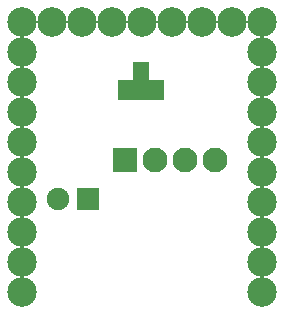
<source format=gbr>
G04 #@! TF.FileFunction,Soldermask,Top*
%FSLAX46Y46*%
G04 Gerber Fmt 4.6, Leading zero omitted, Abs format (unit mm)*
G04 Created by KiCad (PCBNEW 4.0.6) date 07/30/17 19:43:23*
%MOMM*%
%LPD*%
G01*
G04 APERTURE LIST*
%ADD10C,0.100000*%
%ADD11R,1.900000X1.900000*%
%ADD12O,1.900000X1.900000*%
%ADD13R,2.100000X2.100000*%
%ADD14C,2.100000*%
%ADD15R,1.370000X1.670000*%
%ADD16C,2.500000*%
G04 APERTURE END LIST*
D10*
D11*
X146861000Y-80355000D03*
D12*
X144321000Y-80355000D03*
D13*
X150037800Y-77038200D03*
D14*
X152577800Y-77038200D03*
X155117800Y-77038200D03*
X157657800Y-77038200D03*
D15*
X152628600Y-71094600D03*
X151358600Y-71094600D03*
X150088600Y-71094600D03*
X151358600Y-69544600D03*
D16*
X161581000Y-67845000D03*
X161581000Y-70385000D03*
X161581000Y-72925000D03*
X161581000Y-75465000D03*
X161581000Y-78005000D03*
X161581000Y-80545000D03*
X161581000Y-83085000D03*
X161581000Y-85625000D03*
X161581000Y-88165000D03*
X161581000Y-65305000D03*
X159041000Y-65305000D03*
X156501000Y-65305000D03*
X153961000Y-65305000D03*
X151421000Y-65305000D03*
X148881000Y-65305000D03*
X146341000Y-65305000D03*
X143801000Y-65305000D03*
X141261000Y-65305000D03*
X141261000Y-67845000D03*
X141261000Y-70385000D03*
X141261000Y-72925000D03*
X141261000Y-75465000D03*
X141261000Y-78005000D03*
X141261000Y-80545000D03*
X141261000Y-83085000D03*
X141261000Y-85625000D03*
X141261000Y-88165000D03*
M02*

</source>
